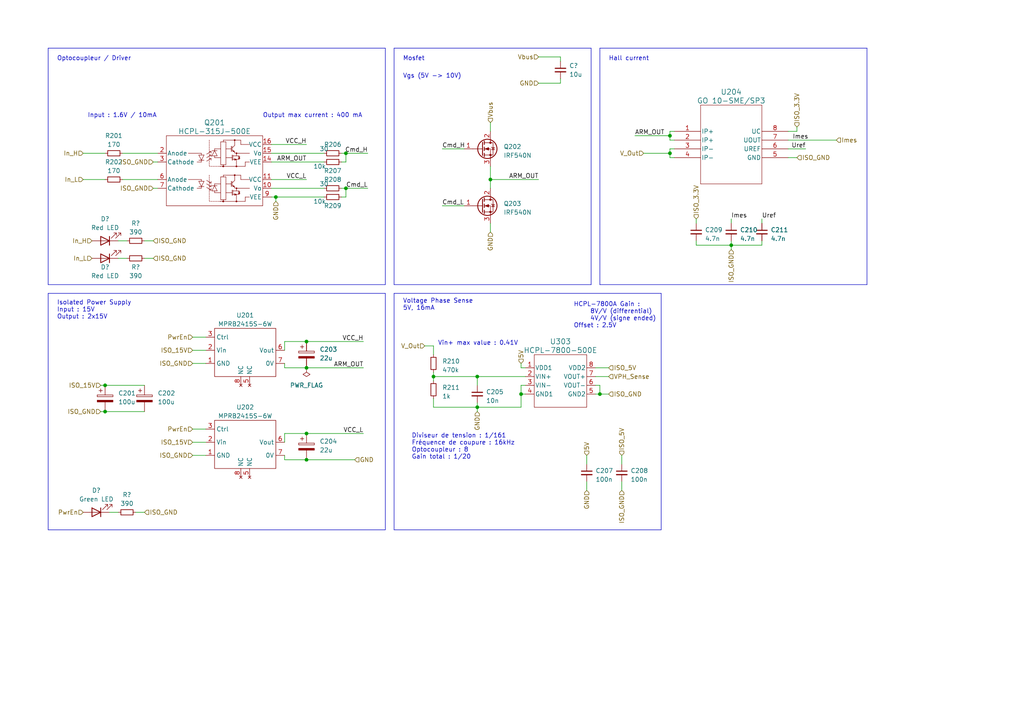
<source format=kicad_sch>
(kicad_sch (version 20230121) (generator eeschema)
  (paper "A4")
  (title_block (title "AAP Inverter") (date "2023-05-01") (company "ENSEA"))
  (lib_symbols
    (symbol "Custom:GO_10-SME" (pin_names (offset 0.254))
      (property "Reference" "U" (at 7.62 -12.7 0))
      (property "Value" "GO 10-SME/SP3" (at 0 12.7 0))
      (symbol "GO_10-SME_0_1"
        (polyline (pts (xy -8.89 -11.43) (xy 8.89 -11.43)) (stroke (width 0.127)))
        (polyline (pts (xy -8.89 11.43) (xy -8.89 -11.43)) (stroke (width 0.127)))
        (polyline (pts (xy 8.89 -11.43) (xy 8.89 11.43)) (stroke (width 0.127)))
        (polyline (pts (xy 8.89 11.43) (xy -8.89 11.43)) (stroke (width 0.127)))
        (pin input line (at -16.51 3.81 0) (length 7.62) (name "IP+") (number "1"))
        (pin input line (at -16.51 1.27 0) (length 7.62) (name "IP+") (number "2"))
        (pin output line (at 16.51 1.27 180) (length 7.62) (name "UOUT") (number "7"))
        (pin power_in line (at 16.51 3.81 180) (length 7.62) (name "UC") (number "8"))
      )
      (symbol "GO_10-SME_1_1"
        (pin passive line (at -16.51 -1.27 0) (length 7.62) (name "IP-") (number "3"))
        (pin passive line (at -16.51 -3.81 0) (length 7.62) (name "IP-") (number "4"))
        (pin power_in line (at 16.51 -3.81 180) (length 7.62) (name "GND") (number "5"))
        (pin output line (at 16.51 -1.27 180) (length 7.62) (name "UREF") (number "6"))
      )
    )
    (symbol "Custom:HCPL-315J-500E" (pin_names (offset 0.254))
      (property "Reference" "Q" (at 10.16 -12.7 0))
      (property "Value" "HCPL-315J-500E" (at 0 10.16 0))
      (symbol "HCPL-315J-500E_0_1"
        (polyline (pts (xy -13.97 -11.43) (xy 13.97 -11.43)) (stroke (width 0.127)))
        (polyline (pts (xy -13.97 8.89) (xy -13.97 -11.43)) (stroke (width 0.127)))
        (polyline (pts (xy -7.62 -3.81) (xy -3.81 -3.81)) (stroke (width 0.127)))
        (polyline (pts (xy -7.62 3.81) (xy -3.81 3.81)) (stroke (width 0.127)))
        (polyline (pts (xy -5.08 -6.35) (xy -3.81 -6.35)) (stroke (width 0.127)))
        (polyline (pts (xy -5.08 1.27) (xy -3.81 1.27)) (stroke (width 0.127)))
        (polyline (pts (xy -4.572 -4.318) (xy -3.81 -5.842)) (stroke (width 0.127)))
        (polyline (pts (xy -4.572 3.302) (xy -3.81 1.778)) (stroke (width 0.127)))
        (polyline (pts (xy -3.81 -6.35) (xy -3.81 -5.842)) (stroke (width 0.127)))
        (polyline (pts (xy -3.81 -5.842) (xy -3.048 -4.318)) (stroke (width 0.127)))
        (polyline (pts (xy -3.81 -4.318) (xy -3.81 -3.81)) (stroke (width 0.127)))
        (polyline (pts (xy -3.81 1.27) (xy -3.81 1.778)) (stroke (width 0.127)))
        (polyline (pts (xy -3.81 1.778) (xy -3.048 3.302)) (stroke (width 0.127)))
        (polyline (pts (xy -3.81 3.302) (xy -3.81 3.81)) (stroke (width 0.127)))
        (polyline (pts (xy -3.048 -5.842) (xy -4.572 -5.842)) (stroke (width 0.127)))
        (polyline (pts (xy -3.048 -4.318) (xy -4.572 -4.318)) (stroke (width 0.127)))
        (polyline (pts (xy -3.048 1.778) (xy -4.572 1.778)) (stroke (width 0.127)))
        (polyline (pts (xy -3.048 3.302) (xy -4.572 3.302)) (stroke (width 0.127)))
        (polyline (pts (xy -2.286 -6.096) (xy -1.016 -6.858)) (stroke (width 0.127)))
        (polyline (pts (xy -2.286 -5.08) (xy -1.016 -5.842)) (stroke (width 0.127)))
        (polyline (pts (xy -2.286 -4.064) (xy -1.016 -4.826)) (stroke (width 0.127)))
        (polyline (pts (xy -2.286 1.524) (xy -1.016 2.286)) (stroke (width 0.127)))
        (polyline (pts (xy -2.286 2.54) (xy -1.016 3.302)) (stroke (width 0.127)))
        (polyline (pts (xy -2.286 3.556) (xy -1.016 4.318)) (stroke (width 0.127)))
        (polyline (pts (xy -1.524 -10.16) (xy -1.27 -10.16)) (stroke (width 0.127)))
        (polyline (pts (xy -1.524 -9.652) (xy -1.524 -9.906)) (stroke (width 0.127)))
        (polyline (pts (xy -1.524 -9.144) (xy -1.524 -9.398)) (stroke (width 0.127)))
        (polyline (pts (xy -1.524 -8.636) (xy -1.524 -8.89)) (stroke (width 0.127)))
        (polyline (pts (xy -1.524 -8.128) (xy -1.524 -8.382)) (stroke (width 0.127)))
        (polyline (pts (xy -1.524 -7.62) (xy -1.524 -7.874)) (stroke (width 0.127)))
        (polyline (pts (xy -1.524 -7.112) (xy -1.524 -7.366)) (stroke (width 0.127)))
        (polyline (pts (xy -1.524 -6.604) (xy -1.524 -6.858)) (stroke (width 0.127)))
        (polyline (pts (xy -1.524 -6.096) (xy -1.524 -6.35)) (stroke (width 0.127)))
        (polyline (pts (xy -1.524 -5.588) (xy -1.524 -5.842)) (stroke (width 0.127)))
        (polyline (pts (xy -1.524 -5.334) (xy -1.524 -5.08)) (stroke (width 0.127)))
        (polyline (pts (xy -1.524 -4.826) (xy -1.524 -4.572)) (stroke (width 0.127)))
        (polyline (pts (xy -1.524 -4.318) (xy -1.524 -4.064)) (stroke (width 0.127)))
        (polyline (pts (xy -1.524 -3.81) (xy -1.524 -3.556)) (stroke (width 0.127)))
        (polyline (pts (xy -1.524 -3.302) (xy -1.524 -3.048)) (stroke (width 0.127)))
        (polyline (pts (xy -1.524 -2.794) (xy -1.524 -2.54)) (stroke (width 0.127)))
        (polyline (pts (xy -1.524 0) (xy -1.27 0)) (stroke (width 0.127)))
        (polyline (pts (xy -1.524 0.508) (xy -1.524 0.254)) (stroke (width 0.127)))
        (polyline (pts (xy -1.524 1.016) (xy -1.524 0.762)) (stroke (width 0.127)))
        (polyline (pts (xy -1.524 1.524) (xy -1.524 1.27)) (stroke (width 0.127)))
        (polyline (pts (xy -1.524 2.032) (xy -1.524 1.778)) (stroke (width 0.127)))
        (polyline (pts (xy -1.524 2.54) (xy -1.524 2.286)) (stroke (width 0.127)))
        (polyline (pts (xy -1.524 3.048) (xy -1.524 2.794)) (stroke (width 0.127)))
        (polyline (pts (xy -1.524 3.302) (xy -1.524 3.556)) (stroke (width 0.127)))
        (polyline (pts (xy -1.524 3.81) (xy -1.524 4.064)) (stroke (width 0.127)))
        (polyline (pts (xy -1.524 4.318) (xy -1.524 4.572)) (stroke (width 0.127)))
        (polyline (pts (xy -1.524 4.826) (xy -1.524 5.08)) (stroke (width 0.127)))
        (polyline (pts (xy -1.524 5.334) (xy -1.524 5.588)) (stroke (width 0.127)))
        (polyline (pts (xy -1.524 5.842) (xy -1.524 6.096)) (stroke (width 0.127)))
        (polyline (pts (xy -1.524 6.35) (xy -1.524 6.604)) (stroke (width 0.127)))
        (polyline (pts (xy -1.524 6.858) (xy -1.524 7.112)) (stroke (width 0.127)))
        (polyline (pts (xy -1.524 7.366) (xy -1.524 7.62)) (stroke (width 0.127)))
        (polyline (pts (xy -1.016 -6.858) (xy -1.524 -6.858)) (stroke (width 0.127)))
        (polyline (pts (xy -1.016 -6.858) (xy -1.016 -6.35)) (stroke (width 0.127)))
        (polyline (pts (xy -1.016 -5.842) (xy -1.524 -5.842)) (stroke (width 0.127)))
        (polyline (pts (xy -1.016 -5.842) (xy -1.016 -5.334)) (stroke (width 0.127)))
        (polyline (pts (xy -1.016 -4.826) (xy -1.524 -4.826)) (stroke (width 0.127)))
        (polyline (pts (xy -1.016 -4.826) (xy -1.016 -4.318)) (stroke (width 0.127)))
        (polyline (pts (xy -1.016 2.286) (xy -1.524 2.286)) (stroke (width 0.127)))
        (polyline (pts (xy -1.016 2.286) (xy -1.016 1.778)) (stroke (width 0.127)))
        (polyline (pts (xy -1.016 3.302) (xy -1.524 3.302)) (stroke (width 0.127)))
        (polyline (pts (xy -1.016 3.302) (xy -1.016 2.794)) (stroke (width 0.127)))
        (polyline (pts (xy -1.016 4.318) (xy -1.524 4.318)) (stroke (width 0.127)))
        (polyline (pts (xy -1.016 4.318) (xy -1.016 3.81)) (stroke (width 0.127)))
        (polyline (pts (xy -0.762 -10.16) (xy -1.016 -10.16)) (stroke (width 0.127)))
        (polyline (pts (xy -0.762 -7.112) (xy 0.762 -7.112)) (stroke (width 0.127)))
        (polyline (pts (xy -0.762 -5.588) (xy 0.762 -5.588)) (stroke (width 0.127)))
        (polyline (pts (xy -0.762 0) (xy -1.016 0)) (stroke (width 0.127)))
        (polyline (pts (xy -0.762 3.048) (xy 0.762 3.048)) (stroke (width 0.127)))
        (polyline (pts (xy -0.762 4.572) (xy 0.762 4.572)) (stroke (width 0.127)))
        (polyline (pts (xy -0.254 -10.16) (xy -0.508 -10.16)) (stroke (width 0.127)))
        (polyline (pts (xy -0.254 0) (xy -0.508 0)) (stroke (width 0.127)))
        (polyline (pts (xy 0 -7.112) (xy 0 -7.62)) (stroke (width 0.127)))
        (polyline (pts (xy 0 -5.588) (xy -0.762 -7.112)) (stroke (width 0.127)))
        (polyline (pts (xy 0 -5.08) (xy 0 -5.588)) (stroke (width 0.127)))
        (polyline (pts (xy 0 3.048) (xy 0 2.54)) (stroke (width 0.127)))
        (polyline (pts (xy 0 4.572) (xy -0.762 3.048)) (stroke (width 0.127)))
        (polyline (pts (xy 0 5.08) (xy 0 4.572)) (stroke (width 0.127)))
        (polyline (pts (xy 0.254 -10.16) (xy 0 -10.16)) (stroke (width 0.127)))
        (polyline (pts (xy 0.254 0) (xy 0 0)) (stroke (width 0.127)))
        (polyline (pts (xy 0.762 -10.16) (xy 0.508 -10.16)) (stroke (width 0.127)))
        (polyline (pts (xy 0.762 -7.112) (xy 0 -5.588)) (stroke (width 0.127)))
        (polyline (pts (xy 0.762 0) (xy 0.508 0)) (stroke (width 0.127)))
        (polyline (pts (xy 0.762 3.048) (xy 0 4.572)) (stroke (width 0.127)))
        (polyline (pts (xy 1.27 -10.16) (xy 1.016 -10.16)) (stroke (width 0.127)))
        (polyline (pts (xy 1.27 0) (xy 1.016 0)) (stroke (width 0.127)))
        (polyline (pts (xy 1.778 -10.16) (xy 1.524 -10.16)) (stroke (width 0.127)))
        (polyline (pts (xy 1.778 -10.16) (xy 1.524 -10.16)) (stroke (width 0.127)))
        (polyline (pts (xy 1.778 -9.652) (xy 3.302 -9.652)) (stroke (width 0.127)))
        (polyline (pts (xy 1.778 -7.62) (xy 0 -7.62)) (stroke (width 0.127)))
        (polyline (pts (xy 1.778 -5.08) (xy 0 -5.08)) (stroke (width 0.127)))
        (polyline (pts (xy 1.778 -3.048) (xy 1.778 -9.652)) (stroke (width 0.127)))
        (polyline (pts (xy 1.778 0) (xy 1.524 0)) (stroke (width 0.127)))
        (polyline (pts (xy 1.778 0) (xy 1.524 0)) (stroke (width 0.127)))
        (polyline (pts (xy 1.778 0.508) (xy 3.302 0.508)) (stroke (width 0.127)))
        (polyline (pts (xy 1.778 2.54) (xy 0 2.54)) (stroke (width 0.127)))
        (polyline (pts (xy 1.778 5.08) (xy 0 5.08)) (stroke (width 0.127)))
        (polyline (pts (xy 1.778 7.112) (xy 1.778 0.508)) (stroke (width 0.127)))
        (polyline (pts (xy 2.286 -10.16) (xy 2.032 -10.16)) (stroke (width 0.127)))
        (polyline (pts (xy 2.286 -10.16) (xy 2.032 -10.16)) (stroke (width 0.127)))
        (polyline (pts (xy 2.286 0) (xy 2.032 0)) (stroke (width 0.127)))
        (polyline (pts (xy 2.286 0) (xy 2.032 0)) (stroke (width 0.127)))
        (polyline (pts (xy 2.54 -9.652) (xy 2.54 -10.16)) (stroke (width 0.127)))
        (polyline (pts (xy 2.54 -2.54) (xy 2.54 -3.048)) (stroke (width 0.127)))
        (polyline (pts (xy 2.54 0.508) (xy 2.54 0)) (stroke (width 0.127)))
        (polyline (pts (xy 2.54 7.62) (xy 2.54 7.112)) (stroke (width 0.127)))
        (polyline (pts (xy 3.302 -9.652) (xy 3.302 -3.048)) (stroke (width 0.127)))
        (polyline (pts (xy 3.302 -7.62) (xy 5.08 -7.62)) (stroke (width 0.127)))
        (polyline (pts (xy 3.302 -5.08) (xy 4.826 -5.08)) (stroke (width 0.127)))
        (polyline (pts (xy 3.302 -3.048) (xy 1.778 -3.048)) (stroke (width 0.127)))
        (polyline (pts (xy 3.302 0.508) (xy 3.302 7.112)) (stroke (width 0.127)))
        (polyline (pts (xy 3.302 2.54) (xy 5.08 2.54)) (stroke (width 0.127)))
        (polyline (pts (xy 3.302 5.08) (xy 4.826 5.08)) (stroke (width 0.127)))
        (polyline (pts (xy 3.302 7.112) (xy 1.778 7.112)) (stroke (width 0.127)))
        (polyline (pts (xy 4.826 -4.318) (xy 4.826 -5.842)) (stroke (width 0.127)))
        (polyline (pts (xy 4.826 5.842) (xy 4.826 4.318)) (stroke (width 0.127)))
        (polyline (pts (xy 5.08 -6.858) (xy 5.08 -8.382)) (stroke (width 0.127)))
        (polyline (pts (xy 5.08 -5.334) (xy 5.588 -5.842)) (stroke (width 0.127)))
        (polyline (pts (xy 5.08 -4.826) (xy 5.842 -4.064)) (stroke (width 0.127)))
        (polyline (pts (xy 5.08 -4.318) (xy 5.08 -5.842)) (stroke (width 0.127)))
        (polyline (pts (xy 5.08 3.302) (xy 5.08 1.778)) (stroke (width 0.127)))
        (polyline (pts (xy 5.08 4.826) (xy 5.588 4.318)) (stroke (width 0.127)))
        (polyline (pts (xy 5.08 5.334) (xy 5.842 6.096)) (stroke (width 0.127)))
        (polyline (pts (xy 5.08 5.842) (xy 5.08 4.318)) (stroke (width 0.127)))
        (polyline (pts (xy 5.334 -8.128) (xy 7.112 -8.128)) (stroke (width 0.127)))
        (polyline (pts (xy 5.334 -7.112) (xy 7.112 -7.112)) (stroke (width 0.127)))
        (polyline (pts (xy 5.334 -6.858) (xy 5.334 -8.382)) (stroke (width 0.127)))
        (polyline (pts (xy 5.334 2.032) (xy 7.112 2.032)) (stroke (width 0.127)))
        (polyline (pts (xy 5.334 3.048) (xy 7.112 3.048)) (stroke (width 0.127)))
        (polyline (pts (xy 5.334 3.302) (xy 5.334 1.778)) (stroke (width 0.127)))
        (polyline (pts (xy 5.842 -6.096) (xy 5.842 -6.35)) (stroke (width 0.127)))
        (polyline (pts (xy 5.842 -2.54) (xy 5.842 -4.064)) (stroke (width 0.127)))
        (polyline (pts (xy 5.842 4.064) (xy 5.842 3.81)) (stroke (width 0.127)))
        (polyline (pts (xy 5.842 7.62) (xy 5.842 6.096)) (stroke (width 0.127)))
        (polyline (pts (xy 6.35 -10.16) (xy 6.35 -8.128)) (stroke (width 0.127)))
        (polyline (pts (xy 6.35 -7.112) (xy 6.35 -6.35)) (stroke (width 0.127)))
        (polyline (pts (xy 6.35 -6.35) (xy 10.16 -6.35)) (stroke (width 0.127)))
        (polyline (pts (xy 6.35 0) (xy 6.35 2.032)) (stroke (width 0.127)))
        (polyline (pts (xy 6.35 3.048) (xy 6.35 3.81)) (stroke (width 0.127)))
        (polyline (pts (xy 6.35 3.81) (xy 10.16 3.81)) (stroke (width 0.127)))
        (polyline (pts (xy 6.858 -7.366) (xy 7.366 -7.366)) (stroke (width 0.127)))
        (polyline (pts (xy 6.858 2.794) (xy 7.366 2.794)) (stroke (width 0.127)))
        (polyline (pts (xy 7.112 -7.874) (xy 7.112 -8.128)) (stroke (width 0.127)))
        (polyline (pts (xy 7.112 -7.112) (xy 7.112 -7.366)) (stroke (width 0.127)))
        (polyline (pts (xy 7.112 2.286) (xy 7.112 2.032)) (stroke (width 0.127)))
        (polyline (pts (xy 7.112 3.048) (xy 7.112 2.794)) (stroke (width 0.127)))
        (polyline (pts (xy 7.62 -3.81) (xy 10.16 -3.81)) (stroke (width 0.127)))
        (polyline (pts (xy 7.62 -2.54) (xy 2.54 -2.54)) (stroke (width 0.127)))
        (polyline (pts (xy 7.62 -2.54) (xy 7.62 -3.81)) (stroke (width 0.127)))
        (polyline (pts (xy 7.62 6.35) (xy 10.16 6.35)) (stroke (width 0.127)))
        (polyline (pts (xy 7.62 7.62) (xy 2.54 7.62)) (stroke (width 0.127)))
        (polyline (pts (xy 7.62 7.62) (xy 7.62 6.35)) (stroke (width 0.127)))
        (polyline (pts (xy 8.89 -10.16) (xy 2.54 -10.16)) (stroke (width 0.127)))
        (polyline (pts (xy 8.89 -8.89) (xy 8.89 -10.16)) (stroke (width 0.127)))
        (polyline (pts (xy 8.89 -8.89) (xy 10.16 -8.89)) (stroke (width 0.127)))
        (polyline (pts (xy 8.89 0) (xy 2.54 0)) (stroke (width 0.127)))
        (polyline (pts (xy 8.89 1.27) (xy 8.89 0)) (stroke (width 0.127)))
        (polyline (pts (xy 8.89 1.27) (xy 10.16 1.27)) (stroke (width 0.127)))
        (polyline (pts (xy 13.97 -11.43) (xy 13.97 8.89)) (stroke (width 0.127)))
        (polyline (pts (xy 13.97 8.89) (xy -13.97 8.89)) (stroke (width 0.127)))
        (polyline (pts (xy 5.842 -6.096) (xy 5.588 -5.588) (xy 5.334 -5.842)) (fill (type outline)))
        (polyline (pts (xy 5.842 4.064) (xy 5.588 4.572) (xy 5.334 4.318)) (fill (type outline)))
        (polyline (pts (xy 6.35 -8.128) (xy 5.842 -8.382) (xy 5.842 -7.874)) (fill (type outline)))
        (polyline (pts (xy 6.35 2.032) (xy 5.842 1.778) (xy 5.842 2.286)) (fill (type outline)))
        (polyline (pts (xy 7.112 -7.366) (xy 7.366 -7.874) (xy 6.858 -7.874)) (fill (type outline)))
        (polyline (pts (xy 7.112 2.794) (xy 7.366 2.286) (xy 6.858 2.286)) (fill (type outline)))
        (circle (center 2.54 -10.16) (radius 0.127) (stroke (width 0.254)))
        (circle (center 2.54 0) (radius 0.127) (stroke (width 0.254)))
        (circle (center 5.842 -2.54) (radius 0.127) (stroke (width 0.254)))
        (circle (center 5.842 7.62) (radius 0.127) (stroke (width 0.254)))
        (circle (center 6.35 -10.16) (radius 0.127) (stroke (width 0.254)))
        (circle (center 6.35 -6.35) (radius 0.127) (stroke (width 0.254)))
        (circle (center 6.35 0) (radius 0.127) (stroke (width 0.254)))
        (circle (center 6.35 3.81) (radius 0.127) (stroke (width 0.254)))
      )
      (symbol "HCPL-315J-500E_1_1"
        (pin no_connect line (at -11.43 6.35 0) (length 2.54) hide (name "N/C") (number "1"))
        (pin output line (at 16.51 -6.35 180) (length 2.54) (name "Vo") (number "10"))
        (pin power_in line (at 16.51 -3.81 180) (length 2.54) (name "VCC") (number "11"))
        (pin power_in line (at 16.51 1.27 180) (length 2.54) (name "VEE") (number "14"))
        (pin output line (at 16.51 3.81 180) (length 2.54) (name "Vo") (number "15"))
        (pin power_in line (at 16.51 6.35 180) (length 2.54) (name "VCC") (number "16"))
        (pin unspecified line (at -16.51 3.81 0) (length 2.54) (name "Anode") (number "2"))
        (pin unspecified line (at -16.51 1.27 0) (length 2.54) (name "Cathode") (number "3"))
        (pin unspecified line (at -16.51 -3.81 0) (length 2.54) (name "Anode") (number "6"))
        (pin unspecified line (at -16.51 -6.35 0) (length 2.54) (name "Cathode") (number "7"))
        (pin no_connect line (at -16.51 -8.89 0) (length 2.54) hide (name "N/C") (number "8"))
        (pin power_in line (at 16.51 -8.89 180) (length 2.54) (name "VEE") (number "9"))
      )
    )
    (symbol "Custom:HCPL-7800-500E" (pin_names (offset 0.254))
      (property "Reference" "U" (at 6.35 -8.89 0))
      (property "Value" "HCPL-7800-500E" (at 0 8.89 0))
      (symbol "HCPL-7800-500E_0_1"
        (polyline (pts (xy -7.62 -7.62) (xy 7.62 -7.62)) (stroke (width 0.127)))
        (polyline (pts (xy -7.62 7.62) (xy -7.62 -7.62)) (stroke (width 0.127)))
        (polyline (pts (xy 7.62 -7.62) (xy 7.62 7.62)) (stroke (width 0.127)))
        (polyline (pts (xy 7.62 7.62) (xy -7.62 7.62)) (stroke (width 0.127)))
      )
      (symbol "HCPL-7800-500E_1_1"
        (pin power_in line (at -10.16 3.81 0) (length 2.54) (name "VDD1") (number "1"))
        (pin input line (at -10.16 1.27 0) (length 2.54) (name "VIN+") (number "2"))
        (pin input line (at -10.16 -1.27 0) (length 2.54) (name "VIN-") (number "3"))
        (pin power_in line (at -10.16 -3.81 0) (length 2.54) (name "GND1") (number "4"))
        (pin power_in line (at 10.16 -3.81 180) (length 2.54) (name "GND2") (number "5"))
        (pin passive line (at 10.16 -1.27 180) (length 2.54) (name "VOUT-") (number "6"))
        (pin passive line (at 10.16 1.27 180) (length 2.54) (name "VOUT+") (number "7"))
        (pin power_in line (at 10.16 3.81 180) (length 2.54) (name "VDD2") (number "8"))
      )
    )
    (symbol "Custom:MPRB2415S-6W"
      (property "Reference" "U" (at 6.35 -8.89 0))
      (property "Value" "MPRB2415S-6W" (at 0 7.62 0))
      (symbol "MPRB2415S-6W_1_1"
        (rectangle (start -8.89 6.35) (end 8.89 -7.62))
        (pin power_in line (at -11.43 -3.81 0) (length 2.54) (name "GND") (number "1"))
        (pin power_in line (at -11.43 0 0) (length 2.54) (name "Vin") (number "2"))
        (pin bidirectional line (at -11.43 3.81 0) (length 2.54) (name "Ctrl") (number "3"))
        (pin no_connect line (at 1.27 -10.16 90) (length 2.54) (name "NC") (number "5"))
        (pin power_out line (at 11.43 0 180) (length 2.54) (name "Vout") (number "6"))
        (pin passive line (at 11.43 -3.81 180) (length 2.54) (name "0V") (number "7"))
        (pin no_connect line (at -1.27 -10.16 90) (length 2.54) (name "NC") (number "8"))
      )
    )
    (symbol "Device:C_Polarized" (pin_numbers hide) (pin_names (offset 0.254))
      (property "Reference" "C" (at 0.635 2.54 0))
      (property "Value" "C_Polarized" (at 0.635 -2.54 0))
      (symbol "C_Polarized_0_1"
        (rectangle (start -2.286 0.508) (end 2.286 1.016))
        (polyline (pts (xy -1.778 2.286) (xy -0.762 2.286)))
        (polyline (pts (xy -1.27 2.794) (xy -1.27 1.778)))
        (rectangle (start 2.286 -0.508) (end -2.286 -1.016) (fill (type outline)))
      )
      (symbol "C_Polarized_1_1"
        (pin passive line (at 0 3.81 270) (length 2.794) (name "~") (number "1"))
        (pin passive line (at 0 -3.81 90) (length 2.794) (name "~") (number "2"))
      )
    )
    (symbol "Device:C_Small" (pin_numbers hide) (pin_names (offset 0.254) hide)
      (property "Reference" "C" (at 0.254 1.778 0))
      (property "Value" "C_Small" (at 0.254 -2.032 0))
      (symbol "C_Small_0_1"
        (polyline (pts (xy -1.524 -0.508) (xy 1.524 -0.508)) (stroke (width 0.3302)))
        (polyline (pts (xy -1.524 0.508) (xy 1.524 0.508)) (stroke (width 0.3048)))
      )
      (symbol "C_Small_1_1"
        (pin passive line (at 0 2.54 270) (length 2.032) (name "~") (number "1"))
        (pin passive line (at 0 -2.54 90) (length 2.032) (name "~") (number "2"))
      )
    )
    (symbol "Device:LED" (pin_numbers hide) (pin_names (offset 1.016) hide)
      (property "Reference" "D" (at 0 2.54 0))
      (property "Value" "LED" (at 0 -2.54 0))
      (symbol "LED_0_1"
        (polyline (pts (xy -1.27 -1.27) (xy -1.27 1.27)) (stroke (width 0.254)))
        (polyline (pts (xy -1.27 0) (xy 1.27 0)))
        (polyline (pts (xy 1.27 -1.27) (xy 1.27 1.27) (xy -1.27 0) (xy 1.27 -1.27)) (stroke (width 0.254)))
        (polyline (pts (xy -3.048 -0.762) (xy -4.572 -2.286) (xy -3.81 -2.286) (xy -4.572 -2.286) (xy -4.572 -1.524)))
        (polyline (pts (xy -1.778 -0.762) (xy -3.302 -2.286) (xy -2.54 -2.286) (xy -3.302 -2.286) (xy -3.302 -1.524)))
      )
      (symbol "LED_1_1"
        (pin passive line (at -3.81 0 0) (length 2.54) (name "K") (number "1"))
        (pin passive line (at 3.81 0 180) (length 2.54) (name "A") (number "2"))
      )
    )
    (symbol "Device:R_Small" (pin_numbers hide) (pin_names (offset 0.254) hide)
      (property "Reference" "R" (at 0.762 0.508 0))
      (property "Value" "R_Small" (at 0.762 -1.016 0))
      (symbol "R_Small_0_1"
        (rectangle (start -0.762 1.778) (end 0.762 -1.778) (stroke (width 0.2032)))
      )
      (symbol "R_Small_1_1"
        (pin passive line (at 0 2.54 270) (length 0.762) (name "~") (number "1"))
        (pin passive line (at 0 -2.54 90) (length 0.762) (name "~") (number "2"))
      )
    )
    (symbol "MPRB2415S-6W_1"
      (property "Reference" "U" (at 6.35 -8.89 0))
      (property "Value" "MPRB2415S-6W" (at 0 7.62 0))
      (symbol "MPRB2415S-6W_1_1_1"
        (rectangle (start -8.89 6.35) (end 8.89 -7.62))
        (pin power_in line (at -11.43 -3.81 0) (length 2.54) (name "GND") (number "1"))
        (pin power_in line (at -11.43 0 0) (length 2.54) (name "Vin") (number "2"))
        (pin bidirectional line (at -11.43 3.81 0) (length 2.54) (name "Ctrl") (number "3"))
        (pin no_connect line (at 1.27 -10.16 90) (length 2.54) (name "NC") (number "5"))
        (pin power_out line (at 11.43 0 180) (length 2.54) (name "Vout") (number "6"))
        (pin passive line (at 11.43 -3.81 180) (length 2.54) (name "0V") (number "7"))
        (pin no_connect line (at -1.27 -10.16 90) (length 2.54) (name "NC") (number "8"))
      )
    )
    (symbol "Transistor_FET:IRF540N" (pin_names hide)
      (property "Reference" "Q" (at 6.35 1.905 0))
      (property "Value" "IRF540N" (at 6.35 0 0))
      (symbol "IRF540N_0_1"
        (polyline (pts (xy 0.254 0) (xy -2.54 0)))
        (polyline (pts (xy 0.254 1.905) (xy 0.254 -1.905)) (stroke (width 0.254)))
        (polyline (pts (xy 0.762 -1.27) (xy 0.762 -2.286)) (stroke (width 0.254)))
        (polyline (pts (xy 0.762 0.508) (xy 0.762 -0.508)) (stroke (width 0.254)))
        (polyline (pts (xy 0.762 2.286) (xy 0.762 1.27)) (stroke (width 0.254)))
        (polyline (pts (xy 2.54 2.54) (xy 2.54 1.778)))
        (polyline (pts (xy 2.54 -2.54) (xy 2.54 0) (xy 0.762 0)))
        (polyline (pts (xy 0.762 -1.778) (xy 3.302 -1.778) (xy 3.302 1.778) (xy 0.762 1.778)))
        (polyline (pts (xy 1.016 0) (xy 2.032 0.381) (xy 2.032 -0.381) (xy 1.016 0)) (fill (type outline)))
        (polyline (pts (xy 2.794 0.508) (xy 2.921 0.381) (xy 3.683 0.381) (xy 3.81 0.254)))
        (polyline (pts (xy 3.302 0.381) (xy 2.921 -0.254) (xy 3.683 -0.254) (xy 3.302 0.381)))
        (circle (center 1.651 0) (radius 2.794) (stroke (width 0.254)))
        (circle (center 2.54 -1.778) (radius 0.254) (fill (type outline)))
        (circle (center 2.54 1.778) (radius 0.254) (fill (type outline)))
      )
      (symbol "IRF540N_1_1"
        (pin input line (at -5.08 0 0) (length 2.54) (name "G") (number "1"))
        (pin passive line (at 2.54 5.08 270) (length 2.54) (name "D") (number "2"))
        (pin passive line (at 2.54 -5.08 90) (length 2.54) (name "S") (number "3"))
      )
    )
    (symbol "power:PWR_FLAG" (power) (pin_numbers hide) (pin_names (offset 0) hide)
      (property "Value" "PWR_FLAG" (at 0 3.81 0))
      (symbol "PWR_FLAG_0_0"
        (pin power_out line (at 0 0 90) (length 0) (name "pwr") (number "1"))
      )
      (symbol "PWR_FLAG_0_1"
        (polyline (pts (xy 0 0) (xy 0 1.27) (xy -1.016 1.905) (xy 0 2.54) (xy 1.016 1.905) (xy 0 1.27)))
      )
    )
  )
  (junction (at 194.31 44.45))
  (junction (at 212.09 71.12))
  (junction (at 80.01 57.15))
  (junction (at 88.9 133.35))
  (junction (at 100.33 54.61))
  (junction (at 88.9 99.06))
  (junction (at 30.48 111.76))
  (junction (at 138.43 118.11))
  (junction (at 30.48 119.38))
  (junction (at 125.73 109.22))
  (junction (at 100.33 44.45))
  (junction (at 88.9 106.68))
  (junction (at 88.9 125.73))
  (junction (at 142.24 52.07))
  (junction (at 151.13 114.3))
  (junction (at 138.43 109.22))
  (junction (at 194.31 39.37))
  (junction (at 173.99 114.3))
  (wire (pts (xy 212.09 69.85) (xy 212.09 71.12)))
  (wire (pts (xy 201.93 71.12) (xy 212.09 71.12)))
  (wire (pts (xy 78.74 41.91) (xy 88.9 41.91)))
  (wire (pts (xy 172.72 114.3) (xy 173.99 114.3)))
  (wire (pts (xy 88.9 99.06) (xy 105.41 99.06)))
  (wire (pts (xy 142.24 64.77) (xy 142.24 67.31)))
  (wire (pts (xy 162.56 16.51) (xy 162.56 17.78)))
  (wire (pts (xy 138.43 118.11) (xy 138.43 119.38)))
  (wire (pts (xy 151.13 106.68) (xy 151.13 105.41)))
  (polyline (pts (xy 251.46 82.55) (xy 173.99 82.55)))
  (wire (pts (xy 142.24 35.56) (xy 142.24 38.1)))
  (wire (pts (xy 142.24 48.26) (xy 142.24 52.07)))
  (wire (pts (xy 80.01 57.15) (xy 93.98 57.15)))
  (wire (pts (xy 195.58 40.64) (xy 194.31 40.64)))
  (wire (pts (xy 142.24 52.07) (xy 156.21 52.07)))
  (wire (pts (xy 194.31 44.45) (xy 194.31 43.18)))
  (wire (pts (xy 24.13 44.45) (xy 30.48 44.45)))
  (wire (pts (xy 100.33 54.61) (xy 106.68 54.61)))
  (wire (pts (xy 55.88 97.79) (xy 59.69 97.79)))
  (wire (pts (xy 228.6 38.1) (xy 231.14 38.1)))
  (wire (pts (xy 125.73 107.95) (xy 125.73 109.22)))
  (polyline (pts (xy 191.77 153.67) (xy 114.3 153.67)))
  (wire (pts (xy 194.31 43.18) (xy 195.58 43.18)))
  (wire (pts (xy 88.9 133.35) (xy 102.87 133.35)))
  (polyline (pts (xy 114.3 85.09) (xy 191.77 85.09)))
  (wire (pts (xy 162.56 22.86) (xy 162.56 24.13)))
  (wire (pts (xy 55.88 128.27) (xy 59.69 128.27)))
  (wire (pts (xy 80.01 58.42) (xy 80.01 57.15)))
  (wire (pts (xy 220.98 69.85) (xy 220.98 71.12)))
  (wire (pts (xy 173.99 114.3) (xy 176.53 114.3)))
  (wire (pts (xy 82.55 125.73) (xy 88.9 125.73)))
  (wire (pts (xy 39.37 148.59) (xy 41.91 148.59)))
  (wire (pts (xy 88.9 106.68) (xy 105.41 106.68)))
  (wire (pts (xy 125.73 118.11) (xy 138.43 118.11)))
  (wire (pts (xy 34.29 69.85) (xy 36.83 69.85)))
  (wire (pts (xy 88.9 125.73) (xy 105.41 125.73)))
  (wire (pts (xy 30.48 111.76) (xy 41.91 111.76)))
  (wire (pts (xy 82.55 125.73) (xy 82.55 128.27)))
  (wire (pts (xy 151.13 111.76) (xy 151.13 114.3)))
  (wire (pts (xy 34.29 74.93) (xy 36.83 74.93)))
  (polyline (pts (xy 191.77 85.09) (xy 191.77 153.67)))
  (wire (pts (xy 125.73 100.33) (xy 123.19 100.33)))
  (wire (pts (xy 128.27 59.69) (xy 134.62 59.69)))
  (wire (pts (xy 194.31 44.45) (xy 194.31 45.72)))
  (wire (pts (xy 125.73 109.22) (xy 138.43 109.22)))
  (wire (pts (xy 80.01 57.15) (xy 78.74 57.15)))
  (wire (pts (xy 201.93 63.5) (xy 201.93 64.77)))
  (wire (pts (xy 186.69 44.45) (xy 194.31 44.45)))
  (wire (pts (xy 99.06 54.61) (xy 100.33 54.61)))
  (polyline (pts (xy 111.76 13.97) (xy 111.76 82.55)))
  (wire (pts (xy 35.56 52.07) (xy 45.72 52.07)))
  (wire (pts (xy 151.13 118.11) (xy 151.13 114.3)))
  (polyline (pts (xy 13.97 13.97) (xy 111.76 13.97)))
  (wire (pts (xy 29.21 111.76) (xy 30.48 111.76)))
  (wire (pts (xy 184.15 39.37) (xy 194.31 39.37)))
  (wire (pts (xy 194.31 39.37) (xy 194.31 40.64)))
  (wire (pts (xy 78.74 52.07) (xy 88.9 52.07)))
  (wire (pts (xy 231.14 38.1) (xy 231.14 36.83)))
  (wire (pts (xy 228.6 45.72) (xy 231.14 45.72)))
  (wire (pts (xy 142.24 52.07) (xy 142.24 54.61)))
  (wire (pts (xy 99.06 46.99) (xy 100.33 46.99)))
  (wire (pts (xy 212.09 71.12) (xy 220.98 71.12)))
  (wire (pts (xy 99.06 44.45) (xy 100.33 44.45)))
  (wire (pts (xy 128.27 43.18) (xy 134.62 43.18)))
  (wire (pts (xy 201.93 69.85) (xy 201.93 71.12)))
  (wire (pts (xy 82.55 106.68) (xy 82.55 105.41)))
  (wire (pts (xy 194.31 45.72) (xy 195.58 45.72)))
  (polyline (pts (xy 114.3 13.97) (xy 114.3 82.55)))
  (wire (pts (xy 125.73 109.22) (xy 125.73 110.49)))
  (wire (pts (xy 100.33 57.15) (xy 100.33 54.61)))
  (polyline (pts (xy 111.76 85.09) (xy 111.76 153.67)))
  (polyline (pts (xy 111.76 153.67) (xy 13.97 153.67)))
  (wire (pts (xy 82.55 106.68) (xy 88.9 106.68)))
  (polyline (pts (xy 114.3 85.09) (xy 114.3 153.67)))
  (polyline (pts (xy 114.3 13.97) (xy 171.45 13.97)))
  (wire (pts (xy 138.43 116.84) (xy 138.43 118.11)))
  (wire (pts (xy 180.34 132.08) (xy 180.34 134.62)))
  (wire (pts (xy 194.31 38.1) (xy 195.58 38.1)))
  (wire (pts (xy 78.74 46.99) (xy 93.98 46.99)))
  (wire (pts (xy 55.88 132.08) (xy 59.69 132.08)))
  (polyline (pts (xy 13.97 13.97) (xy 13.97 82.55)))
  (wire (pts (xy 82.55 99.06) (xy 82.55 101.6)))
  (wire (pts (xy 228.6 40.64) (xy 242.57 40.64)))
  (wire (pts (xy 220.98 63.5) (xy 220.98 64.77)))
  (wire (pts (xy 138.43 118.11) (xy 151.13 118.11)))
  (wire (pts (xy 151.13 114.3) (xy 152.4 114.3)))
  (wire (pts (xy 170.18 139.7) (xy 170.18 142.24)))
  (wire (pts (xy 99.06 57.15) (xy 100.33 57.15)))
  (wire (pts (xy 30.48 52.07) (xy 24.13 52.07)))
  (wire (pts (xy 82.55 133.35) (xy 88.9 133.35)))
  (wire (pts (xy 125.73 115.57) (xy 125.73 118.11)))
  (wire (pts (xy 228.6 43.18) (xy 233.68 43.18)))
  (wire (pts (xy 138.43 109.22) (xy 152.4 109.22)))
  (wire (pts (xy 100.33 44.45) (xy 106.68 44.45)))
  (wire (pts (xy 44.45 46.99) (xy 45.72 46.99)))
  (wire (pts (xy 78.74 44.45) (xy 93.98 44.45)))
  (polyline (pts (xy 173.99 13.97) (xy 251.46 13.97)))
  (wire (pts (xy 212.09 71.12) (xy 212.09 72.39)))
  (wire (pts (xy 35.56 44.45) (xy 45.72 44.45)))
  (wire (pts (xy 172.72 111.76) (xy 173.99 111.76)))
  (polyline (pts (xy 173.99 13.97) (xy 173.99 82.55)))
  (wire (pts (xy 176.53 106.68) (xy 172.72 106.68)))
  (polyline (pts (xy 171.45 13.97) (xy 171.45 82.55)))
  (wire (pts (xy 29.21 119.38) (xy 30.48 119.38)))
  (wire (pts (xy 30.48 119.38) (xy 41.91 119.38)))
  (wire (pts (xy 55.88 105.41) (xy 59.69 105.41)))
  (wire (pts (xy 170.18 132.08) (xy 170.18 134.62)))
  (wire (pts (xy 31.75 148.59) (xy 34.29 148.59)))
  (polyline (pts (xy 13.97 85.09) (xy 13.97 153.67)))
  (wire (pts (xy 138.43 111.76) (xy 138.43 109.22)))
  (wire (pts (xy 125.73 102.87) (xy 125.73 100.33)))
  (wire (pts (xy 212.09 63.5) (xy 212.09 64.77)))
  (wire (pts (xy 152.4 111.76) (xy 151.13 111.76)))
  (wire (pts (xy 194.31 38.1) (xy 194.31 39.37)))
  (wire (pts (xy 100.33 44.45) (xy 100.33 46.99)))
  (wire (pts (xy 78.74 54.61) (xy 93.98 54.61)))
  (wire (pts (xy 180.34 142.24) (xy 180.34 139.7)))
  (wire (pts (xy 156.21 24.13) (xy 162.56 24.13)))
  (wire (pts (xy 82.55 99.06) (xy 88.9 99.06)))
  (wire (pts (xy 156.21 16.51) (xy 162.56 16.51)))
  (polyline (pts (xy 13.97 85.09) (xy 111.76 85.09)))
  (wire (pts (xy 59.69 124.46) (xy 55.88 124.46)))
  (wire (pts (xy 55.88 101.6) (xy 59.69 101.6)))
  (wire (pts (xy 152.4 106.68) (xy 151.13 106.68)))
  (wire (pts (xy 41.91 69.85) (xy 44.45 69.85)))
  (wire (pts (xy 44.45 54.61) (xy 45.72 54.61)))
  (wire (pts (xy 41.91 74.93) (xy 44.45 74.93)))
  (polyline (pts (xy 111.76 82.55) (xy 13.97 82.55)))
  (wire (pts (xy 173.99 111.76) (xy 173.99 114.3)))
  (polyline (pts (xy 251.46 13.97) (xy 251.46 82.55)))
  (wire (pts (xy 172.72 109.22) (xy 176.53 109.22)))
  (wire (pts (xy 82.55 133.35) (xy 82.55 132.08)))
  (polyline (pts (xy 171.45 82.55) (xy 114.3 82.55)))
  (text "Hall current" (at 176.53 17.78 0) (effects (font (size 1.27 1.27)) (justify left bottom)))
  (text "Isolated Power Supply\nInput : 15V\nOutput : 2x15V" (at 16.51 92.71 0) (effects (font (size 1.27 1.27)) (justify left bottom)))
  (text "Output max current : 400 mA" (at 76.2 34.29 0) (effects (font (size 1.27 1.27)) (justify left bottom)))
  (text "Input : 1.6V / 10mA\n" (at 25.4 34.29 0) (effects (font (size 1.27 1.27)) (justify left bottom)))
  (text "Voltage Phase Sense\n5V, 16mA\n" (at 116.84 90.17 0) (effects (font (size 1.27 1.27)) (justify left bottom)))
  (text "Vgs (5V -> 10V)\n" (at 116.84 22.86 0) (effects (font (size 1.27 1.27)) (justify left bottom)))
  (text "Vin+ max value : 0.41V" (at 127 100.33 0) (effects (font (size 1.27 1.27)) (justify left bottom)))
  (text "Mosfet" (at 116.84 17.78 0) (effects (font (size 1.27 1.27)) (justify left bottom)))
  (text "Optocoupleur / Driver" (at 16.51 17.78 0) (effects (font (size 1.27 1.27)) (justify left bottom)))
  (text "Diviseur de tension : 1/161\nFréquence de coupure : 16kHz\nOptocoupleur : 8\nGain total : 1/20" (at 119.38 133.35 0) (effects (font (size 1.27 1.27)) (justify left bottom)))
  (text "HCPL-7800A Gain :\n	8V/V (differential)\n	4V/V (signe ended)\nOffset : 2.5V" (at 166.37 95.25 0) (effects (font (size 1.27 1.27)) (justify left bottom)))
  (label "Uref" (at 220.98 63.5 0))
  (label "ARM_OUT" (at 184.15 39.37 0))
  (label "ARM_OUT" (at 105.41 106.68 180))
  (label "VCC_L" (at 88.9 52.07 180))
  (label "VCC_H" (at 88.9 41.91 180))
  (label "Imes" (at 229.87 40.64 0))
  (label "ARM_OUT" (at 156.21 52.07 180))
  (label "Imes" (at 212.09 63.5 0))
  (label "Cmd_H" (at 106.68 44.45 180))
  (label "ARM_OUT" (at 88.9 46.99 180))
  (label "VCC_H" (at 105.41 99.06 180))
  (label "Cmd_L" (at 128.27 59.69 0))
  (label "Uref" (at 233.68 43.18 180))
  (label "VCC_L" (at 105.41 125.73 180))
  (label "Cmd_L" (at 106.68 54.61 180))
  (label "Cmd_H" (at 128.27 43.18 0))
  (hierarchical_label "V_Out" (shape input) (at 123.19 100.33 180))
  (hierarchical_label "ISO_GND" (shape input) (at 29.21 119.38 180))
  (hierarchical_label "ISO_GND" (shape input) (at 55.88 132.08 180))
  (hierarchical_label "ISO_GND" (shape input) (at 180.34 142.24 270))
  (hierarchical_label "ISO_5V" (shape input) (at 180.34 132.08 90))
  (hierarchical_label "ISO_15V" (shape input) (at 29.21 111.76 180))
  (hierarchical_label "In_L" (shape input) (at 24.13 52.07 180))
  (hierarchical_label "In_L" (shape input) (at 26.67 74.93 180))
  (hierarchical_label "In_H" (shape input) (at 24.13 44.45 180))
  (hierarchical_label "PwrEn" (shape input) (at 55.88 124.46 180))
  (hierarchical_label "Vbus" (shape input) (at 156.21 16.51 180))
  (hierarchical_label "ISO_15V" (shape input) (at 55.88 128.27 180))
  (hierarchical_label "VPH_Sense" (shape input) (at 176.53 109.22 0))
  (hierarchical_label "V_Out" (shape input) (at 186.69 44.45 180))
  (hierarchical_label "5V" (shape input) (at 170.18 132.08 90))
  (hierarchical_label "ISO_GND" (shape input) (at 176.53 114.3 0))
  (hierarchical_label "GND" (shape input) (at 102.87 133.35 0))
  (hierarchical_label "GND" (shape input) (at 142.24 67.31 270))
  (hierarchical_label "GND" (shape input) (at 156.21 24.13 180))
  (hierarchical_label "GND" (shape input) (at 170.18 142.24 270))
  (hierarchical_label "ISO_3.3V" (shape input) (at 231.14 36.83 90))
  (hierarchical_label "ISO_GND" (shape input) (at 44.45 69.85 0))
  (hierarchical_label "PwrEn" (shape input) (at 24.13 148.59 180))
  (hierarchical_label "ISO_GND" (shape input) (at 212.09 72.39 270))
  (hierarchical_label "PwrEn" (shape input) (at 55.88 97.79 180))
  (hierarchical_label "ISO_GND" (shape input) (at 44.45 54.61 180))
  (hierarchical_label "ISO_GND" (shape input) (at 231.14 45.72 0))
  (hierarchical_label "Imes" (shape input) (at 242.57 40.64 0))
  (hierarchical_label "ISO_GND" (shape input) (at 41.91 148.59 0))
  (hierarchical_label "ISO_5V" (shape input) (at 176.53 106.68 0))
  (hierarchical_label "ISO_3.3V" (shape input) (at 201.93 63.5 90))
  (hierarchical_label "Vbus" (shape input) (at 142.24 35.56 90))
  (hierarchical_label "ISO_GND" (shape input) (at 55.88 105.41 180))
  (hierarchical_label "ISO_15V" (shape input) (at 55.88 101.6 180))
  (hierarchical_label "ISO_GND" (shape input) (at 44.45 74.93 0))
  (hierarchical_label "GND" (shape input) (at 138.43 119.38 270))
  (hierarchical_label "ISO_GND" (shape input) (at 44.45 46.99 180))
  (hierarchical_label "GND" (shape input) (at 80.01 58.42 270))
  (hierarchical_label "5V" (shape input) (at 151.13 105.41 90))
  (hierarchical_label "In_H" (shape input) (at 26.67 69.85 180))
  (symbol (lib_id "Device:C_Polarized") (at 88.9 129.54 0) (unit 1)
    (property "Reference" "C204" (at 92.71 128.016 0) (effects (justify left)))
    (property "Value" "22u" (at 92.71 130.556 0) (effects (justify left)))
    (property "Footprint" "Capacitor_SMD:CP_Elec_5x5.4" (effects hide))
    (property "Vmax" "25V" (effects hide))
    (property "MFR" "865 060 442 002" (effects hide))
    (property "Fournisseur" "Wurth" (effects hide))
    (instances (project "Inverter_KiCAD" (path "" (reference "C204") (unit 1)) (path "" (reference "C304") (unit 1)) (path "" (reference "C404") (unit 1))))
  )
  (symbol (lib_id "Device:C_Small") (at 220.98 67.31 0) (unit 1)
    (property "Reference" "C211" (at 223.52 66.6813 0) (effects (justify left)))
    (property "Value" "4.7n" (at 223.52 69.2213 0) (effects (justify left)))
    (property "Footprint" "Capacitor_SMD:C_0402_1005Metric" (effects hide))
    (property "Fournisseur" "Wurth" (effects hide))
    (property "MFR" "885 012 205 048" (effects hide))
    (instances (project "Inverter_KiCAD" (path "" (reference "C211") (unit 1)) (path "" (reference "C311") (unit 1)) (path "" (reference "C411") (unit 1))))
  )
  (symbol (lib_id "Device:C_Small") (at 170.18 137.16 0) (unit 1)
    (property "Reference" "C207" (at 172.72 136.5313 0) (effects (justify left)))
    (property "Value" "100n" (at 172.72 139.0713 0) (effects (justify left)))
    (property "Footprint" "Capacitor_SMD:C_0402_1005Metric" (effects hide))
    (property "Fournisseur" "Wurth" (effects hide))
    (property "MFR" "885 012 105 018" (effects hide))
    (instances (project "Inverter_KiCAD" (path "" (reference "C207") (unit 1)) (path "" (reference "C307") (unit 1)) (path "" (reference "C407") (unit 1))))
  )
  (symbol (lib_id "Device:R_Small") (at 33.02 44.45 270) (unit 1)
    (property "Reference" "R201" (at 33.02 39.37 90))
    (property "Value" "170" (at 33.02 41.91 90))
    (property "Footprint" "Resistor_SMD:R_0402_1005Metric" (effects hide))
    (property "Fournisseur" "Stock" (effects hide))
    (instances (project "Inverter_KiCAD" (path "" (reference "R201") (unit 1)) (path "" (reference "R301") (unit 1)) (path "" (reference "R401") (unit 1))))
  )
  (symbol (lib_id "Device:C_Small") (at 162.56 20.32 0) (unit 1)
    (property "Reference" "C?" (at 165.1 19.0563 0) (effects (justify left)))
    (property "Value" "10u" (at 165.1 21.5963 0) (effects (justify left)))
    (property "Footprint" "Capacitor_SMD:C_2220_5650Metric" (effects hide))
    (property "Datasheet" "https://www.we-online.com/components/products/datasheet/885012214001.pdf" (effects hide))
    (property "URL" "https://www.we-online.com/components/products/datasheet/885012214001.pdf" (effects hide))
    (property "Fournisseur" "Wurth" (effects hide))
    (property "MFR" "885 012 214 001" (effects hide))
    (instances (project "Inverter_KiCAD" (path "" (reference "C?") (unit 1)) (path "" (reference "C206") (unit 1)) (path "" (reference "C306") (unit 1)) (path "" (reference "C406") (unit 1))))
  )
  (symbol (lib_id "Device:R_Small") (at 39.37 74.93 90) (unit 1)
    (property "Reference" "R?" (at 39.37 77.47 90))
    (property "Value" "390" (at 39.37 80.01 90))
    (property "Footprint" "Resistor_SMD:R_0402_1005Metric" (effects hide))
    (property "Fournisseur" "Farnell" (effects hide))
    (property "MFR" "CRCW0402390RFKEDC" (effects hide))
    (property "Ref" "4177482" (effects hide))
    (instances (project "Inverter_KiCAD" (path "" (reference "R?") (unit 1)) (path "" (reference "R205") (unit 1)) (path "" (reference "R305") (unit 1)) (path "" (reference "R405") (unit 1))))
  )
  (symbol (lib_id "Device:R_Small") (at 96.52 44.45 90) (unit 1)
    (property "Reference" "R206" (at 96.52 41.91 90))
    (property "Value" "30" (at 93.98 43.18 90))
    (property "Footprint" "Resistor_SMD:R_1206_3216Metric" (effects hide))
    (property "Fournisseur" "Stock" (effects hide))
    (instances (project "Inverter_KiCAD" (path "" (reference "R206") (unit 1)) (path "" (reference "R306") (unit 1)) (path "" (reference "R406") (unit 1))))
  )
  (symbol (lib_id "Device:C_Small") (at 138.43 114.3 0) (unit 1)
    (property "Reference" "C205" (at 140.97 113.6713 0) (effects (justify left)))
    (property "Value" "10n" (at 140.97 116.2113 0) (effects (justify left)))
    (property "Footprint" "Capacitor_SMD:C_0402_1005Metric" (effects hide))
    (property "Fournisseur" "Wurth" (effects hide))
    (property "MFR" "885 012 205 050" (effects hide))
    (instances (project "Inverter_KiCAD" (path "" (reference "C205") (unit 1)) (path "" (reference "C305") (unit 1)) (path "" (reference "C405") (unit 1))))
  )
  (symbol (lib_id "Device:C_Polarized") (at 30.48 115.57 0) (unit 1)
    (property "Reference" "C201" (at 34.29 114.046 0) (effects (justify left)))
    (property "Value" "100u" (at 34.29 116.586 0) (effects (justify left)))
    (property "Footprint" "Capacitor_SMD:CP_Elec_6.3x7.7" (effects hide))
    (property "Vmax" "25V" (effects hide))
    (property "MFR" "865 060 445 005" (effects hide))
    (property "Fournisseur" "Wurth" (effects hide))
    (instances (project "Inverter_KiCAD" (path "" (reference "C201") (unit 1)) (path "" (reference "C301") (unit 1)) (path "" (reference "C401") (unit 1))))
  )
  (symbol (lib_id "Device:R_Small") (at 39.37 69.85 90) (unit 1)
    (property "Reference" "R?" (at 39.37 64.77 90))
    (property "Value" "390" (at 39.37 67.31 90))
    (property "Footprint" "Resistor_SMD:R_0402_1005Metric" (effects hide))
    (property "Fournisseur" "Farnell" (effects hide))
    (property "MFR" "CRCW0402390RFKEDC" (effects hide))
    (property "Ref" "4177482" (effects hide))
    (instances (project "Inverter_KiCAD" (path "" (reference "R?") (unit 1)) (path "" (reference "R204") (unit 1)) (path "" (reference "R304") (unit 1)) (path "" (reference "R404") (unit 1))))
  )
  (symbol (lib_id "Device:R_Small") (at 36.83 148.59 90) (unit 1)
    (property "Reference" "R?" (at 36.83 143.51 90))
    (property "Value" "390" (at 36.83 146.05 90))
    (property "Footprint" "Resistor_SMD:R_0402_1005Metric" (effects hide))
    (property "Fournisseur" "Farnell" (effects hide))
    (property "MFR" "CRCW0402390RFKEDC" (effects hide))
    (property "Ref" "4177482" (effects hide))
    (instances (project "Inverter_KiCAD" (path "" (reference "R?") (unit 1)) (path "" (reference "R203") (unit 1)) (path "" (reference "R303") (unit 1)) (path "" (reference "R403") (unit 1))))
  )
  (symbol (lib_id "Device:C_Small") (at 212.09 67.31 0) (unit 1)
    (property "Reference" "C210" (at 214.63 66.6813 0) (effects (justify left)))
    (property "Value" "4.7n" (at 214.63 69.2213 0) (effects (justify left)))
    (property "Footprint" "Capacitor_SMD:C_0402_1005Metric" (effects hide))
    (property "Fournisseur" "Wurth" (effects hide))
    (property "MFR" "885 012 205 048" (effects hide))
    (instances (project "Inverter_KiCAD" (path "" (reference "C210") (unit 1)) (path "" (reference "C310") (unit 1)) (path "" (reference "C410") (unit 1))))
  )
  (symbol (lib_id "Device:R_Small") (at 96.52 57.15 270) (unit 1)
    (property "Reference" "R209" (at 96.52 59.69 90))
    (property "Value" "10k" (at 92.71 58.42 90))
    (property "Footprint" "Resistor_SMD:R_0402_1005Metric" (effects hide))
    (property "Fournisseur" "Farnell" (effects hide))
    (property "MFR" "MC00625W0402110K" (effects hide))
    (property "Ref" "2130433" (effects hide))
    (instances (project "Inverter_KiCAD" (path "" (reference "R209") (unit 1)) (path "" (reference "R309") (unit 1)) (path "" (reference "R409") (unit 1))))
  )
  (symbol (lib_id "Transistor_FET:IRF540N") (at 139.7 59.69 0) (unit 1)
    (property "Reference" "Q203" (at 146.05 59.055 0) (effects (justify left)))
    (property "Value" "IRF540N" (at 146.05 61.595 0) (effects (justify left)))
    (property "Footprint" "Package_TO_SOT_THT:TO-220-3_Vertical" (effects hide))
    (property "Datasheet" "http://www.irf.com/product-info/datasheets/data/irf540n.pdf" (effects hide))
    (property "Fournisseur" "RS" (effects hide))
    (property "MFR" "IRF540NPBF" (effects hide))
    (property "Ref" "914-8154" (effects hide))
    (instances (project "Inverter_KiCAD" (path "" (reference "Q203") (unit 1)) (path "" (reference "Q303") (unit 1)) (path "" (reference "Q403") (unit 1))))
  )
  (symbol (lib_id "Custom:MPRB2415S-6W") (at 71.12 101.6 0) (unit 1)
    (property "Reference" "U201" (at 71.12 91.44 0))
    (property "Value" "MPRB2415S-6W" (at 71.12 93.98 0))
    (property "Footprint" "Custom:MPRB2415S" (effects hide))
    (property "Fournisseur" "Farnell*" (effects hide))
    (property "MFR" "MPRB2415S/PQQ6W-Q24-D15-S" (effects hide))
    (property "Ref" "3652723/4138610" (effects hide))
    (instances (project "Inverter_KiCAD" (path "" (reference "U201") (unit 1)) (path "" (reference "U301") (unit 1)) (path "" (reference "U401") (unit 1))))
  )
  (symbol (lib_id "Device:R_Small") (at 33.02 52.07 270) (unit 1)
    (property "Reference" "R202" (at 33.02 46.99 90))
    (property "Value" "170" (at 33.02 49.53 90))
    (property "Footprint" "Resistor_SMD:R_0402_1005Metric" (effects hide))
    (property "Fournisseur" "Stock" (effects hide))
    (instances (project "Inverter_KiCAD" (path "" (reference "R202") (unit 1)) (path "" (reference "R302") (unit 1)) (path "" (reference "R402") (unit 1))))
  )
  (symbol (lib_id "Device:R_Small") (at 125.73 113.03 0) (unit 1)
    (property "Reference" "R211" (at 128.27 112.395 0) (effects (justify left)))
    (property "Value" "1k" (at 128.27 114.935 0) (effects (justify left)))
    (property "Footprint" "Resistor_SMD:R_0402_1005Metric" (effects hide))
    (property "Fournisseur" "Farnell" (effects hide))
    (property "MFR" "MCWR04X1001FTL" (effects hide))
    (property "Ref" "2446437" (effects hide))
    (instances (project "Inverter_KiCAD" (path "" (reference "R211") (unit 1)) (path "" (reference "R311") (unit 1)) (path "" (reference "R411") (unit 1))))
  )
  (symbol (lib_id "Custom:HCPL-315J-500E") (at 62.23 48.26 0) (unit 1)
    (property "Reference" "Q201" (at 62.23 35.56 0) (effects (font (size 1.524 1.524))))
    (property "Value" "HCPL-315J-500E" (at 62.23 38.1 0) (effects (font (size 1.524 1.524))))
    (property "Footprint" "Custom:SO-16_HCPL-315J_BRA" (effects hide))
    (property "Datasheet" "HCPL-315J-500E" (effects hide))
    (property "Fournisseur" "RS" (effects hide))
    (property "MFR" "HCPL-315J-500E" (effects hide))
    (property "Ref" "174-4163" (effects hide))
    (instances (project "Inverter_KiCAD" (path "" (reference "Q201") (unit 1)) (path "" (reference "Q301") (unit 1)) (path "" (reference "Q401") (unit 1))))
  )
  (symbol (lib_id "Device:R_Small") (at 96.52 46.99 270) (unit 1)
    (property "Reference" "R207" (at 96.52 49.53 90))
    (property "Value" "10k" (at 92.71 48.26 90))
    (property "Footprint" "Resistor_SMD:R_0402_1005Metric" (effects hide))
    (property "Fournisseur" "Farnell" (effects hide))
    (property "MFR" "MC00625W0402110K" (effects hide))
    (property "Ref" "2130433" (effects hide))
    (instances (project "Inverter_KiCAD" (path "" (reference "R207") (unit 1)) (path "" (reference "R307") (unit 1)) (path "" (reference "R407") (unit 1))))
  )
  (symbol (lib_name "MPRB2415S-6W_1") (lib_id "Custom:MPRB2415S-6W") (at 71.12 128.27 0) (unit 1)
    (property "Reference" "U202" (at 71.12 118.11 0))
    (property "Value" "MPRB2415S-6W" (at 71.12 120.65 0))
    (property "Footprint" "Custom:MPRB2415S" (effects hide))
    (property "Fournisseur" "Farnell*" (effects hide))
    (property "MFR" "MPRB2415S/PQQ6W-Q24-D15-S" (effects hide))
    (property "Ref" "3652723/4138610" (effects hide))
    (instances (project "Inverter_KiCAD" (path "" (reference "U202") (unit 1)) (path "" (reference "U302") (unit 1)) (path "" (reference "U402") (unit 1))))
  )
  (symbol (lib_id "Device:C_Polarized") (at 88.9 102.87 0) (unit 1)
    (property "Reference" "C203" (at 92.71 101.346 0) (effects (justify left)))
    (property "Value" "22u" (at 92.71 103.886 0) (effects (justify left)))
    (property "Footprint" "Capacitor_SMD:CP_Elec_5x5.4" (effects hide))
    (property "Vmax" "25V" (effects hide))
    (property "MFR" "865 060 442 002" (effects hide))
    (property "Fournisseur" "Wurth" (effects hide))
    (instances (project "Inverter_KiCAD" (path "" (reference "C203") (unit 1)) (path "" (reference "C303") (unit 1)) (path "" (reference "C403") (unit 1))))
  )
  (symbol (lib_id "Transistor_FET:IRF540N") (at 139.7 43.18 0) (unit 1)
    (property "Reference" "Q202" (at 146.05 42.545 0) (effects (justify left)))
    (property "Value" "IRF540N" (at 146.05 45.085 0) (effects (justify left)))
    (property "Footprint" "Package_TO_SOT_THT:TO-220-3_Vertical" (effects hide))
    (property "Datasheet" "http://www.irf.com/product-info/datasheets/data/irf540n.pdf" (effects hide))
    (property "Fournisseur" "RS" (effects hide))
    (property "MFR" "IRF540NPBF" (effects hide))
    (property "Ref" "914-8154" (effects hide))
    (instances (project "Inverter_KiCAD" (path "" (reference "Q202") (unit 1)) (path "" (reference "Q302") (unit 1)) (path "" (reference "Q402") (unit 1))))
  )
  (symbol (lib_id "Device:LED") (at 30.48 74.93 180) (unit 1)
    (property "Reference" "D?" (at 30.48 77.47 0))
    (property "Value" "Red LED" (at 30.48 80.01 0))
    (property "Footprint" "LED_SMD:LED_0603_1608Metric" (effects hide))
    (property "Fournisseur" "Wurth" (effects hide))
    (property "MFR" "150 060 RS5 504 0" (effects hide))
    (instances (project "Inverter_KiCAD" (path "" (reference "D?") (unit 1)) (path "" (reference "D203") (unit 1)) (path "" (reference "D303") (unit 1)) (path "" (reference "D403") (unit 1))))
  )
  (symbol (lib_id "Device:R_Small") (at 96.52 54.61 90) (unit 1)
    (property "Reference" "R208" (at 96.52 52.07 90))
    (property "Value" "30" (at 93.98 53.34 90))
    (property "Footprint" "Resistor_SMD:R_1206_3216Metric" (effects hide))
    (property "Fournisseur" "Stock" (effects hide))
    (instances (project "Inverter_KiCAD" (path "" (reference "R208") (unit 1)) (path "" (reference "R308") (unit 1)) (path "" (reference "R408") (unit 1))))
  )
  (symbol (lib_id "Device:C_Polarized") (at 41.91 115.57 0) (unit 1)
    (property "Reference" "C202" (at 45.72 114.046 0) (effects (justify left)))
    (property "Value" "100u" (at 45.72 116.586 0) (effects (justify left)))
    (property "Footprint" "Capacitor_SMD:CP_Elec_6.3x7.7" (effects hide))
    (property "Vmax" "25V" (effects hide))
    (property "MFR" "865 060 445 005" (effects hide))
    (property "Fournisseur" "Wurth" (effects hide))
    (instances (project "Inverter_KiCAD" (path "" (reference "C202") (unit 1)) (path "" (reference "C302") (unit 1)) (path "" (reference "C402") (unit 1))))
  )
  (symbol (lib_id "Device:C_Small") (at 201.93 67.31 0) (unit 1)
    (property "Reference" "C209" (at 204.47 66.6813 0) (effects (justify left)))
    (property "Value" "4.7n" (at 204.47 69.2213 0) (effects (justify left)))
    (property "Footprint" "Capacitor_SMD:C_0402_1005Metric" (effects hide))
    (property "Fournisseur" "Wurth" (effects hide))
    (property "MFR" "885 012 205 048" (effects hide))
    (instances (project "Inverter_KiCAD" (path "" (reference "C209") (unit 1)) (path "" (reference "C309") (unit 1)) (path "" (reference "C409") (unit 1))))
  )
  (symbol (lib_id "Custom:HCPL-7800-500E") (at 162.56 110.49 0) (unit 1)
    (property "Reference" "U303" (at 162.56 99.06 0) (effects (font (size 1.524 1.524))))
    (property "Value" "HCPL-7800-500E" (at 162.56 101.6 0) (effects (font (size 1.524 1.524))))
    (property "Footprint" "Custom:DIP-8 Gull Wing" (effects hide))
    (property "Fournisseur" "RS" (effects hide))
    (property "MFR" "HCPL-7800A-500E" (effects hide))
    (property "Ref" "174-4179" (effects hide))
    (instances (project "Inverter_KiCAD" (path "" (reference "U303") (unit 1)) (path "" (reference "U203") (unit 1)) (path "" (reference "U403") (unit 1))))
  )
  (symbol (lib_id "Device:LED") (at 30.48 69.85 180) (unit 1)
    (property "Reference" "D?" (at 30.48 63.5 0))
    (property "Value" "Red LED" (at 30.48 66.04 0))
    (property "Footprint" "LED_SMD:LED_0603_1608Metric" (effects hide))
    (property "Fournisseur" "Wurth" (effects hide))
    (property "MFR" "150 060 RS5 504 0" (effects hide))
    (instances (project "Inverter_KiCAD" (path "" (reference "D?") (unit 1)) (path "" (reference "D202") (unit 1)) (path "" (reference "D302") (unit 1)) (path "" (reference "D402") (unit 1))))
  )
  (symbol (lib_id "Device:R_Small") (at 125.73 105.41 0) (unit 1)
    (property "Reference" "R210" (at 128.27 104.775 0) (effects (justify left)))
    (property "Value" "470k" (at 128.27 107.315 0) (effects (justify left)))
    (property "Footprint" "Resistor_SMD:R_0402_1005Metric" (effects hide))
    (property "Fournisseur" "Stock" (effects hide))
    (instances (project "Inverter_KiCAD" (path "" (reference "R210") (unit 1)) (path "" (reference "R310") (unit 1)) (path "" (reference "R410") (unit 1))))
  )
  (symbol (lib_id "power:PWR_FLAG") (at 88.9 106.68 180) (unit 1)
    (property "Reference" "#FLG0201" (effects hide))
    (property "Value" "PWR_FLAG" (at 88.9 111.76 0))
    (instances (project "Inverter_KiCAD" (path "" (reference "#FLG0201") (unit 1)) (path "" (reference "#FLG0301") (unit 1)) (path "" (reference "#FLG0401") (unit 1))))
  )
  (symbol (lib_id "Device:C_Small") (at 180.34 137.16 0) (unit 1)
    (property "Reference" "C208" (at 182.88 136.5313 0) (effects (justify left)))
    (property "Value" "100n" (at 182.88 139.0713 0) (effects (justify left)))
    (property "Footprint" "Capacitor_SMD:C_0402_1005Metric" (effects hide))
    (property "Fournisseur" "Wurth" (effects hide))
    (property "MFR" "885 012 105 018" (effects hide))
    (instances (project "Inverter_KiCAD" (path "" (reference "C208") (unit 1)) (path "" (reference "C308") (unit 1)) (path "" (reference "C408") (unit 1))))
  )
  (symbol (lib_id "Device:LED") (at 27.94 148.59 180) (unit 1)
    (property "Reference" "D?" (at 27.94 142.24 0))
    (property "Value" "Green LED" (at 27.94 144.78 0))
    (property "Footprint" "LED_SMD:LED_0603_1608Metric" (effects hide))
    (property "Fournisseur" "Wurth" (effects hide))
    (property "MFR" "150 060 GS5 504 0" (effects hide))
    (instances (project "Inverter_KiCAD" (path "" (reference "D?") (unit 1)) (path "" (reference "D201") (unit 1)) (path "" (reference "D301") (unit 1)) (path "" (reference "D401") (unit 1))))
  )
  (symbol (lib_id "Custom:GO_10-SME") (at 212.09 41.91 0) (unit 1)
    (property "Reference" "U204" (at 212.09 26.67 0) (effects (font (size 1.524 1.524))))
    (property "Value" "GO 10-SME/SP3" (at 212.09 29.21 0) (effects (font (size 1.524 1.524))))
    (property "Footprint" "Custom:SOIC8-GO-SME&slash_SP3_LEM" (effects hide))
    (property "Datasheet" "GO 10-SME" (effects hide))
    (property "MFR" "GO 10-SME/SP3" (effects hide))
    (property "Fournisseur" "Farnell" (effects hide))
    (property "Ref" "3796461" (effects hide))
    (instances (project "Inverter_KiCAD" (path "" (reference "U204") (unit 1)) (path "" (reference "U304") (unit 1)) (path "" (reference "U404") (unit 1))))
  )
)
</source>
